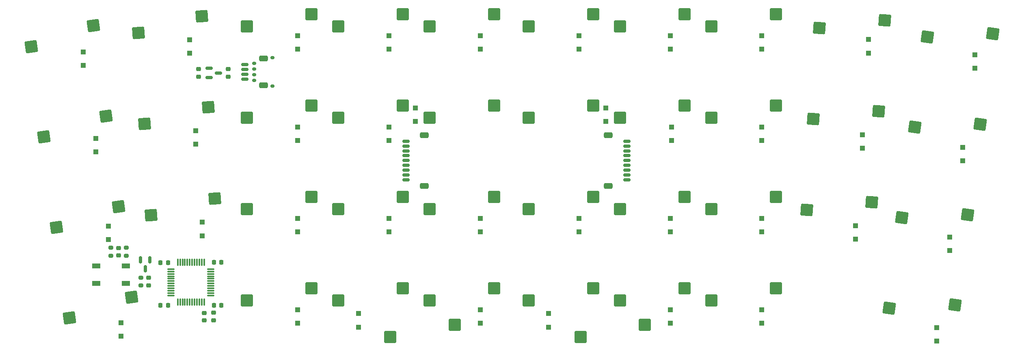
<source format=gbr>
%TF.GenerationSoftware,KiCad,Pcbnew,(7.0.0)*%
%TF.CreationDate,2023-09-12T00:14:53+02:00*%
%TF.ProjectId,tinyv pcb,74696e79-7620-4706-9362-2e6b69636164,rev?*%
%TF.SameCoordinates,Original*%
%TF.FileFunction,Paste,Bot*%
%TF.FilePolarity,Positive*%
%FSLAX46Y46*%
G04 Gerber Fmt 4.6, Leading zero omitted, Abs format (unit mm)*
G04 Created by KiCad (PCBNEW (7.0.0)) date 2023-09-12 00:14:53*
%MOMM*%
%LPD*%
G01*
G04 APERTURE LIST*
G04 Aperture macros list*
%AMRoundRect*
0 Rectangle with rounded corners*
0 $1 Rounding radius*
0 $2 $3 $4 $5 $6 $7 $8 $9 X,Y pos of 4 corners*
0 Add a 4 corners polygon primitive as box body*
4,1,4,$2,$3,$4,$5,$6,$7,$8,$9,$2,$3,0*
0 Add four circle primitives for the rounded corners*
1,1,$1+$1,$2,$3*
1,1,$1+$1,$4,$5*
1,1,$1+$1,$6,$7*
1,1,$1+$1,$8,$9*
0 Add four rect primitives between the rounded corners*
20,1,$1+$1,$2,$3,$4,$5,0*
20,1,$1+$1,$4,$5,$6,$7,0*
20,1,$1+$1,$6,$7,$8,$9,0*
20,1,$1+$1,$8,$9,$2,$3,0*%
G04 Aperture macros list end*
%ADD10RoundRect,0.225000X0.250000X-0.225000X0.250000X0.225000X-0.250000X0.225000X-0.250000X-0.225000X0*%
%ADD11RoundRect,0.250000X1.025000X1.000000X-1.025000X1.000000X-1.025000X-1.000000X1.025000X-1.000000X0*%
%ADD12RoundRect,0.250000X0.300000X-0.300000X0.300000X0.300000X-0.300000X0.300000X-0.300000X-0.300000X0*%
%ADD13RoundRect,0.250000X0.952747X1.069064X-1.092260X0.926064X-0.952747X-1.069064X1.092260X-0.926064X0*%
%ADD14RoundRect,0.150000X0.625000X-0.150000X0.625000X0.150000X-0.625000X0.150000X-0.625000X-0.150000X0*%
%ADD15RoundRect,0.250000X0.650000X-0.350000X0.650000X0.350000X-0.650000X0.350000X-0.650000X-0.350000X0*%
%ADD16R,1.800000X1.100000*%
%ADD17RoundRect,0.250000X1.154198X0.847616X-0.875852X1.132920X-1.154198X-0.847616X0.875852X-1.132920X0*%
%ADD18RoundRect,0.250000X0.875852X1.132920X-1.154198X0.847616X-0.875852X-1.132920X1.154198X-0.847616X0*%
%ADD19RoundRect,0.150000X-0.150000X0.587500X-0.150000X-0.587500X0.150000X-0.587500X0.150000X0.587500X0*%
%ADD20RoundRect,0.225000X-0.225000X-0.250000X0.225000X-0.250000X0.225000X0.250000X-0.225000X0.250000X0*%
%ADD21RoundRect,0.225000X-0.250000X0.225000X-0.250000X-0.225000X0.250000X-0.225000X0.250000X0.225000X0*%
%ADD22RoundRect,0.250000X-1.025000X-1.000000X1.025000X-1.000000X1.025000X1.000000X-1.025000X1.000000X0*%
%ADD23RoundRect,0.250000X1.092260X0.926064X-0.952747X1.069064X-1.092260X-0.926064X0.952747X-1.069064X0*%
%ADD24RoundRect,0.150000X-0.625000X0.150000X-0.625000X-0.150000X0.625000X-0.150000X0.625000X0.150000X0*%
%ADD25RoundRect,0.250000X-0.650000X0.350000X-0.650000X-0.350000X0.650000X-0.350000X0.650000X0.350000X0*%
%ADD26RoundRect,0.200000X0.275000X-0.200000X0.275000X0.200000X-0.275000X0.200000X-0.275000X-0.200000X0*%
%ADD27RoundRect,0.150000X-0.275000X0.150000X-0.275000X-0.150000X0.275000X-0.150000X0.275000X0.150000X0*%
%ADD28RoundRect,0.175000X-0.225000X0.175000X-0.225000X-0.175000X0.225000X-0.175000X0.225000X0.175000X0*%
%ADD29RoundRect,0.150000X-0.587500X-0.150000X0.587500X-0.150000X0.587500X0.150000X-0.587500X0.150000X0*%
%ADD30RoundRect,0.075000X0.075000X-0.662500X0.075000X0.662500X-0.075000X0.662500X-0.075000X-0.662500X0*%
%ADD31RoundRect,0.075000X0.662500X-0.075000X0.662500X0.075000X-0.662500X0.075000X-0.662500X-0.075000X0*%
%ADD32RoundRect,0.225000X0.225000X0.250000X-0.225000X0.250000X-0.225000X-0.250000X0.225000X-0.250000X0*%
G04 APERTURE END LIST*
D10*
%TO.C,C2*%
X87312500Y-38875000D03*
X87312500Y-37325000D03*
%TD*%
%TO.C,C1*%
X93518750Y-38875000D03*
X93518750Y-37325000D03*
%TD*%
D11*
%TO.C,MX4*%
X116465000Y-28416250D03*
X129915000Y-25876250D03*
%TD*%
D12*
%TO.C,D21*%
X68505464Y-72837500D03*
X68505464Y-70037500D03*
%TD*%
%TO.C,D34*%
X120650000Y-91093750D03*
X120650000Y-88293750D03*
%TD*%
D11*
%TO.C,MX23*%
X97415000Y-66516250D03*
X110865000Y-63976250D03*
%TD*%
D12*
%TO.C,D8*%
X204787500Y-33150000D03*
X204787500Y-30350000D03*
%TD*%
D13*
%TO.C,MX12*%
X76086150Y-48724082D03*
X89326205Y-45252045D03*
%TD*%
D14*
%TO.C,J6*%
X176625000Y-60356250D03*
X176625000Y-59356250D03*
X176625000Y-58356250D03*
X176625000Y-57356250D03*
X176625000Y-56356250D03*
X176625000Y-55356250D03*
X176625000Y-54356250D03*
X176625000Y-53356250D03*
X176625000Y-52356250D03*
D15*
X172750000Y-61656250D03*
X172750000Y-51056250D03*
%TD*%
D12*
%TO.C,D33*%
X107950000Y-90300000D03*
X107950000Y-87500000D03*
%TD*%
%TO.C,D23*%
X107950000Y-71250000D03*
X107950000Y-68450000D03*
%TD*%
D11*
%TO.C,MX34*%
X116465000Y-85566250D03*
X129915000Y-83026250D03*
%TD*%
D12*
%TO.C,D2*%
X85421634Y-33998148D03*
X85421634Y-31198148D03*
%TD*%
D11*
%TO.C,MX8*%
X194252500Y-28416250D03*
X207702500Y-25876250D03*
%TD*%
D16*
%TO.C,SW1*%
X72156249Y-78318749D03*
X65956249Y-78318749D03*
X72156249Y-82018749D03*
X65956249Y-82018749D03*
%TD*%
D17*
%TO.C,MX40*%
X231343315Y-87147260D03*
X245015920Y-86503857D03*
%TD*%
D12*
%TO.C,D28*%
X204787500Y-71250000D03*
X204787500Y-68450000D03*
%TD*%
D11*
%TO.C,MX15*%
X135515000Y-47466250D03*
X148965000Y-44926250D03*
%TD*%
%TO.C,MX27*%
X175202500Y-66516250D03*
X188652500Y-63976250D03*
%TD*%
D18*
%TO.C,MX1*%
X52402783Y-32602903D03*
X65368389Y-28215744D03*
%TD*%
D19*
%TO.C,Q1*%
X75250000Y-77035314D03*
X77150000Y-77035314D03*
X76200000Y-78910314D03*
%TD*%
D11*
%TO.C,MX17*%
X175202500Y-47466250D03*
X188652500Y-44926250D03*
%TD*%
%TO.C,MX14*%
X116465000Y-47466250D03*
X129915000Y-44926250D03*
%TD*%
D13*
%TO.C,MX22*%
X77436916Y-67742376D03*
X90676971Y-64270339D03*
%TD*%
D20*
%TO.C,C4*%
X90506250Y-86518750D03*
X92056250Y-86518750D03*
%TD*%
D11*
%TO.C,MX3*%
X97415000Y-28416250D03*
X110865000Y-25876250D03*
%TD*%
D21*
%TO.C,C11*%
X90487500Y-88125000D03*
X90487500Y-89675000D03*
%TD*%
D12*
%TO.C,D10*%
X249237500Y-37118750D03*
X249237500Y-34318750D03*
%TD*%
%TO.C,D6*%
X166687500Y-33150000D03*
X166687500Y-30350000D03*
%TD*%
D11*
%TO.C,MX28*%
X194252500Y-66516250D03*
X207702500Y-63976250D03*
%TD*%
D12*
%TO.C,D20*%
X246617400Y-56391910D03*
X246617400Y-53591910D03*
%TD*%
%TO.C,D1*%
X63235561Y-36559733D03*
X63235561Y-33759733D03*
%TD*%
D22*
%TO.C,MX39*%
X180397500Y-90646250D03*
X166947500Y-93186250D03*
%TD*%
D12*
%TO.C,D30*%
X243980283Y-75125302D03*
X243980283Y-72325302D03*
%TD*%
%TO.C,D12*%
X86706202Y-52918434D03*
X86706202Y-50118434D03*
%TD*%
%TO.C,D4*%
X127000000Y-33150000D03*
X127000000Y-30350000D03*
%TD*%
D17*
%TO.C,MX30*%
X233982547Y-68284156D03*
X247655152Y-67640753D03*
%TD*%
D12*
%TO.C,D22*%
X88106250Y-72043750D03*
X88106250Y-69243750D03*
%TD*%
%TO.C,D16*%
X172243750Y-48231250D03*
X172243750Y-45431250D03*
%TD*%
%TO.C,D37*%
X185737500Y-90300000D03*
X185737500Y-87500000D03*
%TD*%
D23*
%TO.C,MX29*%
X214136727Y-66690642D03*
X227731145Y-65095054D03*
%TD*%
D10*
%TO.C,C8*%
X76914812Y-82369880D03*
X76914812Y-80819880D03*
%TD*%
D12*
%TO.C,D38*%
X204787500Y-90300000D03*
X204787500Y-87500000D03*
%TD*%
D24*
%TO.C,J1*%
X96960197Y-36387500D03*
X96960197Y-37387500D03*
X96960197Y-38387500D03*
X96960197Y-39387500D03*
D25*
X100835197Y-35087500D03*
X100835197Y-40687500D03*
%TD*%
D11*
%TO.C,MX35*%
X135515000Y-85566250D03*
X148965000Y-83026250D03*
%TD*%
D12*
%TO.C,D17*%
X185991623Y-52200000D03*
X185991623Y-49400000D03*
%TD*%
D17*
%TO.C,MX20*%
X236646699Y-49421051D03*
X250319304Y-48777648D03*
%TD*%
D11*
%TO.C,MX24*%
X116465000Y-66516250D03*
X129915000Y-63976250D03*
%TD*%
%TO.C,MX26*%
X156152500Y-66516250D03*
X169602500Y-63976250D03*
%TD*%
D26*
%TO.C,R1*%
X75327312Y-82419880D03*
X75327312Y-80769880D03*
%TD*%
D12*
%TO.C,D27*%
X185737500Y-71250000D03*
X185737500Y-68450000D03*
%TD*%
D21*
%TO.C,C10*%
X88488170Y-88146119D03*
X88488170Y-89696119D03*
%TD*%
D12*
%TO.C,D19*%
X225736492Y-53787499D03*
X225736492Y-50987499D03*
%TD*%
D20*
%TO.C,C3*%
X90524091Y-77609086D03*
X92074091Y-77609086D03*
%TD*%
D12*
%TO.C,D40*%
X241271408Y-93997194D03*
X241271408Y-91197194D03*
%TD*%
D11*
%TO.C,MX5*%
X135515000Y-28416250D03*
X148965000Y-25876250D03*
%TD*%
%TO.C,MX37*%
X175202500Y-85566250D03*
X188652500Y-83026250D03*
%TD*%
D12*
%TO.C,D3*%
X107950000Y-33150000D03*
X107950000Y-30350000D03*
%TD*%
D11*
%TO.C,MX7*%
X175202500Y-28416250D03*
X188652500Y-25876250D03*
%TD*%
D12*
%TO.C,D24*%
X127000000Y-71250000D03*
X127000000Y-68450000D03*
%TD*%
%TO.C,D29*%
X224322872Y-72762184D03*
X224322872Y-69962184D03*
%TD*%
%TO.C,D15*%
X132556250Y-48231250D03*
X132556250Y-45431250D03*
%TD*%
D27*
%TO.C,J2*%
X98931250Y-36087500D03*
X98931250Y-37287500D03*
X98931250Y-38487500D03*
X98931250Y-39687500D03*
D28*
X102706250Y-34937500D03*
X102706250Y-40837500D03*
%TD*%
D26*
%TO.C,R2*%
X69056250Y-76212500D03*
X69056250Y-74562500D03*
%TD*%
D29*
%TO.C,U2*%
X89550000Y-39050000D03*
X89550000Y-37150000D03*
X91425000Y-38100000D03*
%TD*%
D26*
%TO.C,R3*%
X72231250Y-76212500D03*
X72231250Y-74562500D03*
%TD*%
D13*
%TO.C,MX2*%
X74750403Y-29729594D03*
X87990458Y-26257557D03*
%TD*%
D12*
%TO.C,D36*%
X160337500Y-91093750D03*
X160337500Y-88293750D03*
%TD*%
D24*
%TO.C,J5*%
X130556250Y-52356250D03*
X130556250Y-53356250D03*
X130556250Y-54356250D03*
X130556250Y-55356250D03*
X130556250Y-56356250D03*
X130556250Y-57356250D03*
X130556250Y-58356250D03*
X130556250Y-59356250D03*
X130556250Y-60356250D03*
D25*
X134431250Y-51056250D03*
X134431250Y-61656250D03*
%TD*%
D18*
%TO.C,MX21*%
X57697379Y-70340127D03*
X70662985Y-65952968D03*
%TD*%
D12*
%TO.C,D7*%
X185737500Y-33150000D03*
X185737500Y-30350000D03*
%TD*%
%TO.C,D5*%
X146050000Y-33150000D03*
X146050000Y-30350000D03*
%TD*%
D30*
%TO.C,U1*%
X88475000Y-85918750D03*
X87975000Y-85918750D03*
X87475000Y-85918750D03*
X86975000Y-85918750D03*
X86475000Y-85918750D03*
X85975000Y-85918750D03*
X85475000Y-85918750D03*
X84975000Y-85918750D03*
X84475000Y-85918750D03*
X83975000Y-85918750D03*
X83475000Y-85918750D03*
X82975000Y-85918750D03*
D31*
X81562500Y-84506250D03*
X81562500Y-84006250D03*
X81562500Y-83506250D03*
X81562500Y-83006250D03*
X81562500Y-82506250D03*
X81562500Y-82006250D03*
X81562500Y-81506250D03*
X81562500Y-81006250D03*
X81562500Y-80506250D03*
X81562500Y-80006250D03*
X81562500Y-79506250D03*
X81562500Y-79006250D03*
D30*
X82975000Y-77593750D03*
X83475000Y-77593750D03*
X83975000Y-77593750D03*
X84475000Y-77593750D03*
X84975000Y-77593750D03*
X85475000Y-77593750D03*
X85975000Y-77593750D03*
X86475000Y-77593750D03*
X86975000Y-77593750D03*
X87475000Y-77593750D03*
X87975000Y-77593750D03*
X88475000Y-77593750D03*
D31*
X89887500Y-79006250D03*
X89887500Y-79506250D03*
X89887500Y-80006250D03*
X89887500Y-80506250D03*
X89887500Y-81006250D03*
X89887500Y-81506250D03*
X89887500Y-82006250D03*
X89887500Y-82506250D03*
X89887500Y-83006250D03*
X89887500Y-83506250D03*
X89887500Y-84006250D03*
X89887500Y-84506250D03*
%TD*%
D11*
%TO.C,MX33*%
X97415000Y-85566250D03*
X110865000Y-83026250D03*
%TD*%
D12*
%TO.C,D25*%
X146050000Y-71250000D03*
X146050000Y-68450000D03*
%TD*%
D11*
%TO.C,MX38*%
X194252500Y-85566250D03*
X207702500Y-83026250D03*
%TD*%
D17*
%TO.C,MX10*%
X239280828Y-30563306D03*
X252953433Y-29919903D03*
%TD*%
D12*
%TO.C,D14*%
X127000000Y-52200000D03*
X127000000Y-49400000D03*
%TD*%
D11*
%TO.C,MX18*%
X194252500Y-47466250D03*
X207702500Y-44926250D03*
%TD*%
D12*
%TO.C,D9*%
X227012500Y-33943750D03*
X227012500Y-31143750D03*
%TD*%
D32*
%TO.C,C9*%
X80943750Y-77658211D03*
X79393750Y-77658211D03*
%TD*%
D22*
%TO.C,MX32*%
X140710000Y-90646250D03*
X127260000Y-93186250D03*
%TD*%
D18*
%TO.C,MX31*%
X60368874Y-89210906D03*
X73334480Y-84823747D03*
%TD*%
D12*
%TO.C,D35*%
X146050000Y-90300000D03*
X146050000Y-87500000D03*
%TD*%
%TO.C,D31*%
X71138466Y-92960479D03*
X71138466Y-90160479D03*
%TD*%
D11*
%TO.C,MX36*%
X156152500Y-85566250D03*
X169602500Y-83026250D03*
%TD*%
D18*
%TO.C,MX11*%
X55076836Y-51457220D03*
X68042442Y-47070061D03*
%TD*%
D11*
%TO.C,MX16*%
X156152500Y-47466250D03*
X169602500Y-44926250D03*
%TD*%
D10*
%TO.C,C7*%
X70643750Y-76162500D03*
X70643750Y-74612500D03*
%TD*%
D12*
%TO.C,D11*%
X65881250Y-54581250D03*
X65881250Y-51781250D03*
%TD*%
D11*
%TO.C,MX25*%
X135515000Y-66516250D03*
X148965000Y-63976250D03*
%TD*%
D23*
%TO.C,MX9*%
X216772287Y-28715239D03*
X230366705Y-27119651D03*
%TD*%
D12*
%TO.C,D18*%
X204787500Y-52200000D03*
X204787500Y-49400000D03*
%TD*%
%TO.C,D13*%
X107950000Y-52200000D03*
X107950000Y-49400000D03*
%TD*%
%TO.C,D26*%
X166687500Y-71250000D03*
X166687500Y-68450000D03*
%TD*%
D32*
%TO.C,C5*%
X80943750Y-86518750D03*
X79393750Y-86518750D03*
%TD*%
D23*
%TO.C,MX19*%
X215496280Y-47719072D03*
X229090698Y-46123484D03*
%TD*%
D11*
%TO.C,MX13*%
X97415000Y-47466250D03*
X110865000Y-44926250D03*
%TD*%
%TO.C,MX6*%
X156152500Y-28416250D03*
X169602500Y-25876250D03*
%TD*%
M02*

</source>
